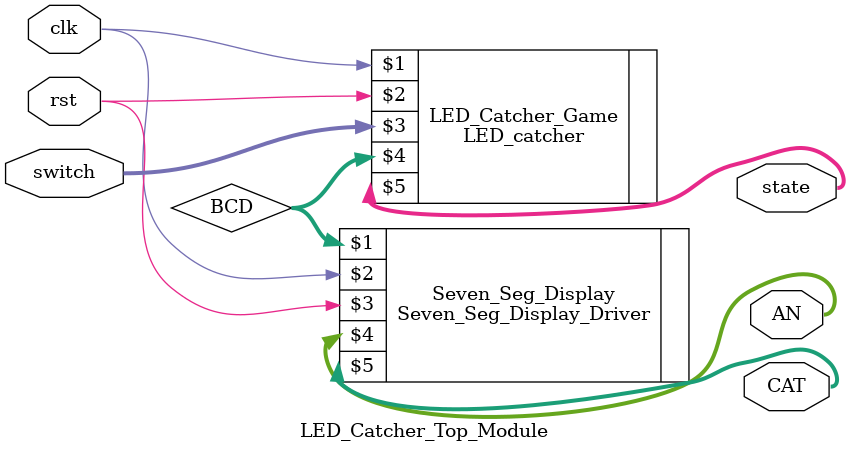
<source format=v>
`timescale 1ns / 1ps



module LED_Catcher_Top_Module(
    input clk, 
    input rst, 
    input [15:0] switch, 
    output [15:0] state,
    output [7:0] AN,
    output [6:0] CAT
);

    
    // Instantiate LED catcher game module
    wire [15:0] BCD;
    LED_catcher LED_Catcher_Game (clk, rst, switch, BCD, state);
    
    
    // Instantiate seven segment display
    Seven_Seg_Display_Driver Seven_Seg_Display (BCD, clk, rst, AN, CAT);


endmodule

</source>
